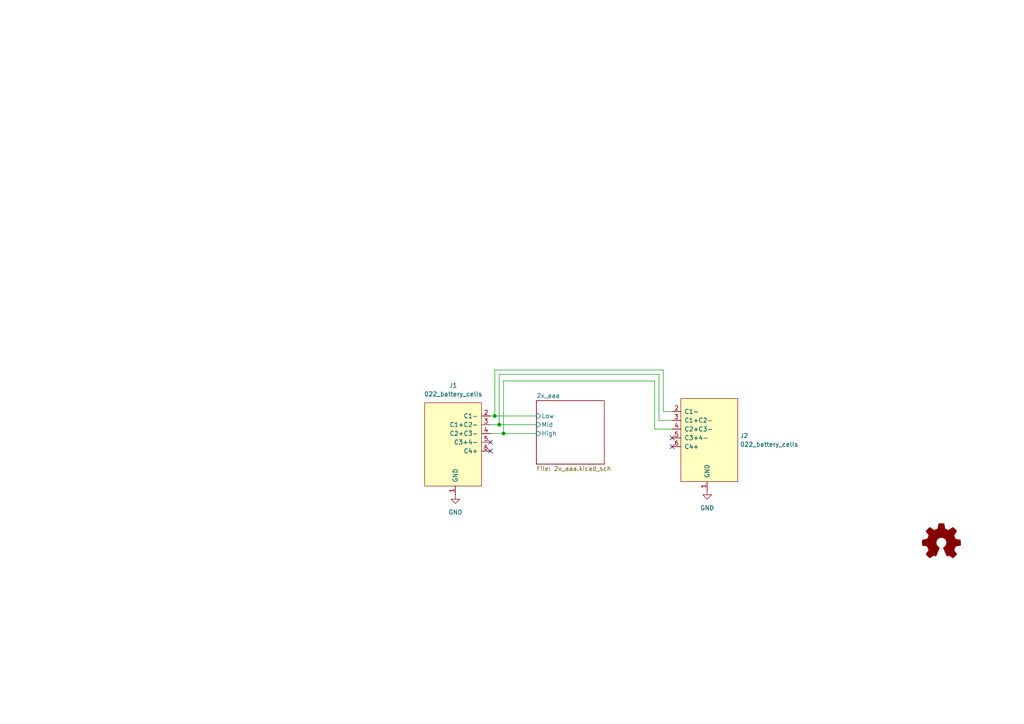
<source format=kicad_sch>
(kicad_sch (version 20211123) (generator eeschema)

  (uuid 57732dd3-1162-4c3f-88bd-31bf473d124d)

  (paper "A4")

  (lib_symbols
    (symbol "Graphic:Logo_Open_Hardware_Small" (pin_names (offset 1.016)) (in_bom yes) (on_board yes)
      (property "Reference" "#LOGO" (id 0) (at 0 6.985 0)
        (effects (font (size 1.27 1.27)) hide)
      )
      (property "Value" "Logo_Open_Hardware_Small" (id 1) (at 0 -5.715 0)
        (effects (font (size 1.27 1.27)) hide)
      )
      (property "Footprint" "" (id 2) (at 0 0 0)
        (effects (font (size 1.27 1.27)) hide)
      )
      (property "Datasheet" "~" (id 3) (at 0 0 0)
        (effects (font (size 1.27 1.27)) hide)
      )
      (property "ki_keywords" "Logo" (id 4) (at 0 0 0)
        (effects (font (size 1.27 1.27)) hide)
      )
      (property "ki_description" "Open Hardware logo, small" (id 5) (at 0 0 0)
        (effects (font (size 1.27 1.27)) hide)
      )
      (symbol "Logo_Open_Hardware_Small_0_1"
        (polyline
          (pts
            (xy 3.3528 -4.3434)
            (xy 3.302 -4.318)
            (xy 3.175 -4.2418)
            (xy 2.9972 -4.1148)
            (xy 2.7686 -3.9624)
            (xy 2.54 -3.81)
            (xy 2.3622 -3.7084)
            (xy 2.2352 -3.6068)
            (xy 2.1844 -3.5814)
            (xy 2.159 -3.6068)
            (xy 2.0574 -3.6576)
            (xy 1.905 -3.7338)
            (xy 1.8034 -3.7846)
            (xy 1.6764 -3.8354)
            (xy 1.6002 -3.8354)
            (xy 1.6002 -3.8354)
            (xy 1.5494 -3.7338)
            (xy 1.4732 -3.5306)
            (xy 1.3462 -3.302)
            (xy 1.2446 -3.0226)
            (xy 1.1176 -2.7178)
            (xy 0.9652 -2.413)
            (xy 0.8636 -2.1082)
            (xy 0.7366 -1.8288)
            (xy 0.6604 -1.6256)
            (xy 0.6096 -1.4732)
            (xy 0.5842 -1.397)
            (xy 0.5842 -1.397)
            (xy 0.6604 -1.3208)
            (xy 0.7874 -1.2446)
            (xy 1.0414 -1.016)
            (xy 1.2954 -0.6858)
            (xy 1.4478 -0.3302)
            (xy 1.524 0.0762)
            (xy 1.4732 0.4572)
            (xy 1.3208 0.8128)
            (xy 1.0668 1.143)
            (xy 0.762 1.3716)
            (xy 0.4064 1.524)
            (xy 0 1.5748)
            (xy -0.381 1.5494)
            (xy -0.7366 1.397)
            (xy -1.0668 1.143)
            (xy -1.2192 0.9906)
            (xy -1.397 0.6604)
            (xy -1.524 0.3048)
            (xy -1.524 0.2286)
            (xy -1.4986 -0.1778)
            (xy -1.397 -0.5334)
            (xy -1.1938 -0.8636)
            (xy -0.9144 -1.143)
            (xy -0.8636 -1.1684)
            (xy -0.7366 -1.27)
            (xy -0.635 -1.3462)
            (xy -0.5842 -1.397)
            (xy -1.0668 -2.5908)
            (xy -1.143 -2.794)
            (xy -1.2954 -3.1242)
            (xy -1.397 -3.4036)
            (xy -1.4986 -3.6322)
            (xy -1.5748 -3.7846)
            (xy -1.6002 -3.8354)
            (xy -1.6002 -3.8354)
            (xy -1.651 -3.8354)
            (xy -1.7272 -3.81)
            (xy -1.905 -3.7338)
            (xy -2.0066 -3.683)
            (xy -2.1336 -3.6068)
            (xy -2.2098 -3.5814)
            (xy -2.2606 -3.6068)
            (xy -2.3622 -3.683)
            (xy -2.54 -3.81)
            (xy -2.7686 -3.9624)
            (xy -2.9718 -4.0894)
            (xy -3.1496 -4.2164)
            (xy -3.302 -4.318)
            (xy -3.3528 -4.3434)
            (xy -3.3782 -4.3434)
            (xy -3.429 -4.318)
            (xy -3.5306 -4.2164)
            (xy -3.7084 -4.064)
            (xy -3.937 -3.8354)
            (xy -3.9624 -3.81)
            (xy -4.1656 -3.6068)
            (xy -4.318 -3.4544)
            (xy -4.4196 -3.3274)
            (xy -4.445 -3.2766)
            (xy -4.445 -3.2766)
            (xy -4.4196 -3.2258)
            (xy -4.318 -3.0734)
            (xy -4.2164 -2.8956)
            (xy -4.064 -2.667)
            (xy -3.6576 -2.0828)
            (xy -3.8862 -1.5494)
            (xy -3.937 -1.3716)
            (xy -4.0386 -1.1684)
            (xy -4.0894 -1.0414)
            (xy -4.1148 -0.9652)
            (xy -4.191 -0.9398)
            (xy -4.318 -0.9144)
            (xy -4.5466 -0.8636)
            (xy -4.8006 -0.8128)
            (xy -5.0546 -0.7874)
            (xy -5.2578 -0.7366)
            (xy -5.4356 -0.7112)
            (xy -5.5118 -0.6858)
            (xy -5.5118 -0.6858)
            (xy -5.5372 -0.635)
            (xy -5.5372 -0.5588)
            (xy -5.5372 -0.4318)
            (xy -5.5626 -0.2286)
            (xy -5.5626 0.0762)
            (xy -5.5626 0.127)
            (xy -5.5372 0.4064)
            (xy -5.5372 0.635)
            (xy -5.5372 0.762)
            (xy -5.5372 0.8382)
            (xy -5.5372 0.8382)
            (xy -5.461 0.8382)
            (xy -5.3086 0.889)
            (xy -5.08 0.9144)
            (xy -4.826 0.9652)
            (xy -4.8006 0.9906)
            (xy -4.5466 1.0414)
            (xy -4.318 1.0668)
            (xy -4.1656 1.1176)
            (xy -4.0894 1.143)
            (xy -4.0894 1.143)
            (xy -4.0386 1.2446)
            (xy -3.9624 1.4224)
            (xy -3.8608 1.6256)
            (xy -3.7846 1.8288)
            (xy -3.7084 2.0066)
            (xy -3.6576 2.159)
            (xy -3.6322 2.2098)
            (xy -3.6322 2.2098)
            (xy -3.683 2.286)
            (xy -3.7592 2.413)
            (xy -3.8862 2.5908)
            (xy -4.064 2.8194)
            (xy -4.064 2.8448)
            (xy -4.2164 3.0734)
            (xy -4.3434 3.2512)
            (xy -4.4196 3.3782)
            (xy -4.445 3.4544)
            (xy -4.445 3.4544)
            (xy -4.3942 3.5052)
            (xy -4.2926 3.6322)
            (xy -4.1148 3.81)
            (xy -3.937 4.0132)
            (xy -3.8608 4.064)
            (xy -3.6576 4.2926)
            (xy -3.5052 4.4196)
            (xy -3.4036 4.4958)
            (xy -3.3528 4.5212)
            (xy -3.3528 4.5212)
            (xy -3.302 4.4704)
            (xy -3.1496 4.3688)
            (xy -2.9718 4.2418)
            (xy -2.7432 4.0894)
            (xy -2.7178 4.0894)
            (xy -2.4892 3.937)
            (xy -2.3114 3.81)
            (xy -2.1844 3.7084)
            (xy -2.1336 3.683)
            (xy -2.1082 3.683)
            (xy -2.032 3.7084)
            (xy -1.8542 3.7592)
            (xy -1.6764 3.8354)
            (xy -1.4732 3.937)
            (xy -1.27 4.0132)
            (xy -1.143 4.064)
            (xy -1.0668 4.1148)
            (xy -1.0668 4.1148)
            (xy -1.0414 4.191)
            (xy -1.016 4.3434)
            (xy -0.9652 4.572)
            (xy -0.9144 4.8514)
            (xy -0.889 4.9022)
            (xy -0.8382 5.1562)
            (xy -0.8128 5.3848)
            (xy -0.7874 5.5372)
            (xy -0.762 5.588)
            (xy -0.7112 5.6134)
            (xy -0.5842 5.6134)
            (xy -0.4064 5.6134)
            (xy -0.1524 5.6134)
            (xy 0.0762 5.6134)
            (xy 0.3302 5.6134)
            (xy 0.5334 5.6134)
            (xy 0.6858 5.588)
            (xy 0.7366 5.588)
            (xy 0.7366 5.588)
            (xy 0.762 5.5118)
            (xy 0.8128 5.334)
            (xy 0.8382 5.1054)
            (xy 0.9144 4.826)
            (xy 0.9144 4.7752)
            (xy 0.9652 4.5212)
            (xy 1.016 4.2926)
            (xy 1.0414 4.1402)
            (xy 1.0668 4.0894)
            (xy 1.0668 4.0894)
            (xy 1.1938 4.0386)
            (xy 1.3716 3.9624)
            (xy 1.5748 3.8608)
            (xy 2.0828 3.6576)
            (xy 2.7178 4.0894)
            (xy 2.7686 4.1402)
            (xy 2.9972 4.2926)
            (xy 3.175 4.4196)
            (xy 3.302 4.4958)
            (xy 3.3782 4.5212)
            (xy 3.3782 4.5212)
            (xy 3.429 4.4704)
            (xy 3.556 4.3434)
            (xy 3.7338 4.191)
            (xy 3.9116 3.9878)
            (xy 4.064 3.8354)
            (xy 4.2418 3.6576)
            (xy 4.3434 3.556)
            (xy 4.4196 3.4798)
            (xy 4.4196 3.429)
            (xy 4.4196 3.4036)
            (xy 4.3942 3.3274)
            (xy 4.2926 3.2004)
            (xy 4.1656 2.9972)
            (xy 4.0132 2.794)
            (xy 3.8862 2.5908)
            (xy 3.7592 2.3876)
            (xy 3.6576 2.2352)
            (xy 3.6322 2.159)
            (xy 3.6322 2.1336)
            (xy 3.683 2.0066)
            (xy 3.7592 1.8288)
            (xy 3.8608 1.6002)
            (xy 4.064 1.1176)
            (xy 4.3942 1.0414)
            (xy 4.5974 1.016)
            (xy 4.8768 0.9652)
            (xy 5.1308 0.9144)
            (xy 5.5372 0.8382)
            (xy 5.5626 -0.6604)
            (xy 5.4864 -0.6858)
            (xy 5.4356 -0.6858)
            (xy 5.2832 -0.7366)
            (xy 5.0546 -0.762)
            (xy 4.8006 -0.8128)
            (xy 4.5974 -0.8636)
            (xy 4.3688 -0.9144)
            (xy 4.2164 -0.9398)
            (xy 4.1402 -0.9398)
            (xy 4.1148 -0.9652)
            (xy 4.064 -1.0668)
            (xy 3.9878 -1.2446)
            (xy 3.9116 -1.4478)
            (xy 3.81 -1.651)
            (xy 3.7338 -1.8542)
            (xy 3.683 -2.0066)
            (xy 3.6576 -2.0828)
            (xy 3.683 -2.1336)
            (xy 3.7846 -2.2606)
            (xy 3.8862 -2.4638)
            (xy 4.0386 -2.667)
            (xy 4.191 -2.8956)
            (xy 4.318 -3.0734)
            (xy 4.3942 -3.2004)
            (xy 4.445 -3.2766)
            (xy 4.4196 -3.3274)
            (xy 4.3434 -3.429)
            (xy 4.1656 -3.5814)
            (xy 3.937 -3.8354)
            (xy 3.8862 -3.8608)
            (xy 3.683 -4.064)
            (xy 3.5306 -4.2164)
            (xy 3.4036 -4.318)
            (xy 3.3528 -4.3434)
          )
          (stroke (width 0) (type default) (color 0 0 0 0))
          (fill (type outline))
        )
      )
    )
    (symbol "power:GND" (power) (pin_names (offset 0)) (in_bom yes) (on_board yes)
      (property "Reference" "#PWR" (id 0) (at 0 -6.35 0)
        (effects (font (size 1.27 1.27)) hide)
      )
      (property "Value" "GND" (id 1) (at 0 -3.81 0)
        (effects (font (size 1.27 1.27)))
      )
      (property "Footprint" "" (id 2) (at 0 0 0)
        (effects (font (size 1.27 1.27)) hide)
      )
      (property "Datasheet" "" (id 3) (at 0 0 0)
        (effects (font (size 1.27 1.27)) hide)
      )
      (property "ki_keywords" "power-flag" (id 4) (at 0 0 0)
        (effects (font (size 1.27 1.27)) hide)
      )
      (property "ki_description" "Power symbol creates a global label with name \"GND\" , ground" (id 5) (at 0 0 0)
        (effects (font (size 1.27 1.27)) hide)
      )
      (symbol "GND_0_1"
        (polyline
          (pts
            (xy 0 0)
            (xy 0 -1.27)
            (xy 1.27 -1.27)
            (xy 0 -2.54)
            (xy -1.27 -1.27)
            (xy 0 -1.27)
          )
          (stroke (width 0) (type default) (color 0 0 0 0))
          (fill (type none))
        )
      )
      (symbol "GND_1_1"
        (pin power_in line (at 0 0 270) (length 0) hide
          (name "GND" (effects (font (size 1.27 1.27))))
          (number "1" (effects (font (size 1.27 1.27))))
        )
      )
    )
    (symbol "put_on_edge:022_battery_cells" (pin_names (offset 1.016)) (in_bom yes) (on_board yes)
      (property "Reference" "J" (id 0) (at -2.54 13.97 0)
        (effects (font (size 1.27 1.27)))
      )
      (property "Value" "022_battery_cells" (id 1) (at 8.89 13.97 0)
        (effects (font (size 1.27 1.27)))
      )
      (property "Footprint" "" (id 2) (at 7.62 16.51 0)
        (effects (font (size 1.27 1.27)) hide)
      )
      (property "Datasheet" "" (id 3) (at 7.62 16.51 0)
        (effects (font (size 1.27 1.27)) hide)
      )
      (symbol "022_battery_cells_0_1"
        (rectangle (start -8.89 12.7) (end 7.62 -11.43)
          (stroke (width 0) (type default) (color 0 0 0 0))
          (fill (type background))
        )
      )
      (symbol "022_battery_cells_1_1"
        (pin power_in line (at -1.27 -13.97 90) (length 2.54)
          (name "GND" (effects (font (size 1.27 1.27))))
          (number "1" (effects (font (size 1.27 1.27))))
        )
        (pin unspecified line (at -11.43 8.89 0) (length 2.54)
          (name "C1-" (effects (font (size 1.27 1.27))))
          (number "2" (effects (font (size 1.27 1.27))))
        )
        (pin unspecified line (at -11.43 6.35 0) (length 2.54)
          (name "C1+C2-" (effects (font (size 1.27 1.27))))
          (number "3" (effects (font (size 1.27 1.27))))
        )
        (pin unspecified line (at -11.43 3.81 0) (length 2.54)
          (name "C2+C3-" (effects (font (size 1.27 1.27))))
          (number "4" (effects (font (size 1.27 1.27))))
        )
        (pin unspecified line (at -11.43 1.27 0) (length 2.54)
          (name "C3+4-" (effects (font (size 1.27 1.27))))
          (number "5" (effects (font (size 1.27 1.27))))
        )
        (pin unspecified line (at -11.43 -1.27 0) (length 2.54)
          (name "C4+" (effects (font (size 1.27 1.27))))
          (number "6" (effects (font (size 1.27 1.27))))
        )
      )
    )
  )

  (junction (at 146.05 125.73) (diameter 0) (color 0 0 0 0)
    (uuid 01361b4c-e686-4e5c-a2e5-b3bfe328ea5e)
  )
  (junction (at 144.78 123.19) (diameter 0) (color 0 0 0 0)
    (uuid a0009b9d-997d-45a0-9421-aaa60746592b)
  )
  (junction (at 143.51 120.65) (diameter 0) (color 0 0 0 0)
    (uuid cd1835df-d610-4da9-b356-e108a8e724af)
  )

  (no_connect (at 194.945 129.54) (uuid c2b5cb19-c0fe-4a87-b483-0ef6a5a43c1a))
  (no_connect (at 194.945 127) (uuid c2b5cb19-c0fe-4a87-b483-0ef6a5a43c1a))
  (no_connect (at 142.24 130.81) (uuid c2b5cb19-c0fe-4a87-b483-0ef6a5a43c1a))
  (no_connect (at 142.24 128.27) (uuid c2b5cb19-c0fe-4a87-b483-0ef6a5a43c1a))

  (wire (pts (xy 143.51 107.315) (xy 192.405 107.315))
    (stroke (width 0) (type default) (color 0 0 0 0))
    (uuid 2e694c63-90f5-494a-badc-341ca4935a68)
  )
  (wire (pts (xy 189.865 110.49) (xy 189.865 124.46))
    (stroke (width 0) (type default) (color 0 0 0 0))
    (uuid 3ced0078-8bf3-4ed7-9138-ccd64089b6b4)
  )
  (wire (pts (xy 143.51 120.65) (xy 143.51 107.315))
    (stroke (width 0) (type default) (color 0 0 0 0))
    (uuid 4125a022-746e-4ff9-9dc5-e7cfa695b2e1)
  )
  (wire (pts (xy 192.405 107.315) (xy 192.405 119.38))
    (stroke (width 0) (type default) (color 0 0 0 0))
    (uuid 56fb5fd1-b9f6-4623-b113-af7a37574178)
  )
  (wire (pts (xy 191.135 121.92) (xy 191.135 108.585))
    (stroke (width 0) (type default) (color 0 0 0 0))
    (uuid 5f6c3a13-1fb5-4495-98be-e20d3bfa1bc1)
  )
  (wire (pts (xy 192.405 119.38) (xy 194.945 119.38))
    (stroke (width 0) (type default) (color 0 0 0 0))
    (uuid 6da406f4-b129-4e60-b9b2-236adf99f538)
  )
  (wire (pts (xy 142.24 125.73) (xy 146.05 125.73))
    (stroke (width 0) (type default) (color 0 0 0 0))
    (uuid 71f495b4-6e64-49ea-b8bc-b62f5f7c0a45)
  )
  (wire (pts (xy 143.51 120.65) (xy 155.575 120.65))
    (stroke (width 0) (type default) (color 0 0 0 0))
    (uuid 8056d3e6-cb1e-4a89-9613-96772297dc4c)
  )
  (wire (pts (xy 194.945 121.92) (xy 191.135 121.92))
    (stroke (width 0) (type default) (color 0 0 0 0))
    (uuid 8276cb48-fd6e-4a34-b0ad-06c36a2448de)
  )
  (wire (pts (xy 146.05 125.73) (xy 155.575 125.73))
    (stroke (width 0) (type default) (color 0 0 0 0))
    (uuid 832fc87d-14d0-4ee1-a688-58498920e2e6)
  )
  (wire (pts (xy 146.05 125.73) (xy 146.05 110.49))
    (stroke (width 0) (type default) (color 0 0 0 0))
    (uuid 86181737-e4c6-4fcb-b49c-eea84107e57f)
  )
  (wire (pts (xy 189.865 124.46) (xy 194.945 124.46))
    (stroke (width 0) (type default) (color 0 0 0 0))
    (uuid ac8938eb-41d5-4b24-82ab-7653995adf58)
  )
  (wire (pts (xy 144.78 123.19) (xy 155.575 123.19))
    (stroke (width 0) (type default) (color 0 0 0 0))
    (uuid c79ed898-6e79-41ee-8426-1939b5938f10)
  )
  (wire (pts (xy 191.135 108.585) (xy 144.78 108.585))
    (stroke (width 0) (type default) (color 0 0 0 0))
    (uuid ccaf9e51-5a43-4cc6-903f-d17d3160ddbc)
  )
  (wire (pts (xy 142.24 120.65) (xy 143.51 120.65))
    (stroke (width 0) (type default) (color 0 0 0 0))
    (uuid db36f544-be6c-42ef-9232-f6682368a3dc)
  )
  (wire (pts (xy 142.24 123.19) (xy 144.78 123.19))
    (stroke (width 0) (type default) (color 0 0 0 0))
    (uuid e691ce3d-c627-4faa-bbd9-e664e04e8921)
  )
  (wire (pts (xy 146.05 110.49) (xy 189.865 110.49))
    (stroke (width 0) (type default) (color 0 0 0 0))
    (uuid eaa93f35-35f6-4f39-95b9-bf59f18433b2)
  )
  (wire (pts (xy 144.78 108.585) (xy 144.78 123.19))
    (stroke (width 0) (type default) (color 0 0 0 0))
    (uuid ed2f6feb-189b-4a84-aead-c6860c196f9f)
  )

  (symbol (lib_id "power:GND") (at 205.105 142.24 0) (unit 1)
    (in_bom yes) (on_board yes) (fields_autoplaced)
    (uuid 4130edfd-82b6-4000-904c-681c2e3b6301)
    (property "Reference" "#PWR0101" (id 0) (at 205.105 148.59 0)
      (effects (font (size 1.27 1.27)) hide)
    )
    (property "Value" "GND" (id 1) (at 205.105 147.32 0))
    (property "Footprint" "" (id 2) (at 205.105 142.24 0)
      (effects (font (size 1.27 1.27)) hide)
    )
    (property "Datasheet" "" (id 3) (at 205.105 142.24 0)
      (effects (font (size 1.27 1.27)) hide)
    )
    (pin "1" (uuid 4f3e6b1f-9b8b-4f8b-ac80-35799bc6c3f6))
  )

  (symbol (lib_id "put_on_edge:022_battery_cells") (at 130.81 129.54 0) (mirror y) (unit 1)
    (in_bom yes) (on_board yes) (fields_autoplaced)
    (uuid 75bd16b2-0277-4536-a692-5a43581ae4c0)
    (property "Reference" "J1" (id 0) (at 131.445 111.76 0))
    (property "Value" "022_battery_cells" (id 1) (at 131.445 114.3 0))
    (property "Footprint" "" (id 2) (at 123.19 113.03 0)
      (effects (font (size 1.27 1.27)) hide)
    )
    (property "Datasheet" "" (id 3) (at 123.19 113.03 0)
      (effects (font (size 1.27 1.27)) hide)
    )
    (pin "1" (uuid d50f2056-d58d-41b4-8444-25ade1ec6997))
    (pin "2" (uuid ca7e6ba2-a9f0-4441-b17d-130c9be214f2))
    (pin "3" (uuid 676a45a3-1d4f-4520-9303-fb44750318ce))
    (pin "4" (uuid 0529f0ae-b07d-4c39-94eb-437f53a3085d))
    (pin "5" (uuid 6bd65eb3-45b6-4aa8-95d2-3d9af6377a67))
    (pin "6" (uuid 9f453a1b-34e6-402c-b667-ea5033ecfa00))
  )

  (symbol (lib_id "put_on_edge:022_battery_cells") (at 206.375 128.27 0) (unit 1)
    (in_bom yes) (on_board yes) (fields_autoplaced)
    (uuid 83850f46-fbc7-4737-a426-703cfefbdd02)
    (property "Reference" "J2" (id 0) (at 214.63 126.3649 0)
      (effects (font (size 1.27 1.27)) (justify left))
    )
    (property "Value" "022_battery_cells" (id 1) (at 214.63 128.9049 0)
      (effects (font (size 1.27 1.27)) (justify left))
    )
    (property "Footprint" "" (id 2) (at 213.995 111.76 0)
      (effects (font (size 1.27 1.27)) hide)
    )
    (property "Datasheet" "" (id 3) (at 213.995 111.76 0)
      (effects (font (size 1.27 1.27)) hide)
    )
    (pin "1" (uuid 8442c265-0c8e-4dc0-993e-7c3746b0425e))
    (pin "2" (uuid 72375a35-30ce-44ab-9d07-ed18a54973dc))
    (pin "3" (uuid 1c67f6ad-7cf5-4558-8dd1-573f55cd8e8b))
    (pin "4" (uuid bd3e2d3b-2cec-4bc3-a2ac-3fa886d06b5a))
    (pin "5" (uuid 3738c4e9-aa03-451d-8954-8aff2f828920))
    (pin "6" (uuid d76ec825-74c9-4981-b5b1-081e368cfba8))
  )

  (symbol (lib_id "Graphic:Logo_Open_Hardware_Small") (at 273.05 157.48 0) (unit 1)
    (in_bom yes) (on_board yes) (fields_autoplaced)
    (uuid b72b6f4a-7489-40f2-bb90-d75ae01aa368)
    (property "Reference" "LOGO1" (id 0) (at 273.05 150.495 0)
      (effects (font (size 1.27 1.27)) hide)
    )
    (property "Value" "Logo_Open_Hardware_Small" (id 1) (at 273.05 163.195 0)
      (effects (font (size 1.27 1.27)) hide)
    )
    (property "Footprint" "Symbol:OSHW-Symbol_6.7x6mm_SilkScreen" (id 2) (at 273.05 157.48 0)
      (effects (font (size 1.27 1.27)) hide)
    )
    (property "Datasheet" "~" (id 3) (at 273.05 157.48 0)
      (effects (font (size 1.27 1.27)) hide)
    )
  )

  (symbol (lib_id "power:GND") (at 132.08 143.51 0) (unit 1)
    (in_bom yes) (on_board yes) (fields_autoplaced)
    (uuid d1f0db9c-58ad-43a8-a18d-3487e6d7c961)
    (property "Reference" "#PWR0102" (id 0) (at 132.08 149.86 0)
      (effects (font (size 1.27 1.27)) hide)
    )
    (property "Value" "GND" (id 1) (at 132.08 148.59 0))
    (property "Footprint" "" (id 2) (at 132.08 143.51 0)
      (effects (font (size 1.27 1.27)) hide)
    )
    (property "Datasheet" "" (id 3) (at 132.08 143.51 0)
      (effects (font (size 1.27 1.27)) hide)
    )
    (pin "1" (uuid 9baceacf-dba3-4c6f-ad28-a8ee7d791bdf))
  )

  (sheet (at 155.575 116.205) (size 19.685 18.415) (fields_autoplaced)
    (stroke (width 0.1524) (type solid) (color 0 0 0 0))
    (fill (color 0 0 0 0.0000))
    (uuid 767ce4c6-0e55-4543-92f0-34cb8237a544)
    (property "Sheet name" "2x_aaa" (id 0) (at 155.575 115.4934 0)
      (effects (font (size 1.27 1.27)) (justify left bottom))
    )
    (property "Sheet file" "2x_aaa.kicad_sch" (id 1) (at 155.575 135.2046 0)
      (effects (font (size 1.27 1.27)) (justify left top))
    )
    (pin "Mid" input (at 155.575 123.19 180)
      (effects (font (size 1.27 1.27)) (justify left))
      (uuid 38f09113-c287-4a7e-b156-21c47a454419)
    )
    (pin "Low" input (at 155.575 120.65 180)
      (effects (font (size 1.27 1.27)) (justify left))
      (uuid 94c797c9-63ee-4be6-b016-bccf719d3ca1)
    )
    (pin "High" input (at 155.575 125.73 180)
      (effects (font (size 1.27 1.27)) (justify left))
      (uuid 5025760b-cb93-416c-840e-9a17cfc6a39a)
    )
  )

  (sheet_instances
    (path "/" (page "1"))
    (path "/767ce4c6-0e55-4543-92f0-34cb8237a544" (page "2"))
  )

  (symbol_instances
    (path "/4130edfd-82b6-4000-904c-681c2e3b6301"
      (reference "#PWR0101") (unit 1) (value "GND") (footprint "")
    )
    (path "/d1f0db9c-58ad-43a8-a18d-3487e6d7c961"
      (reference "#PWR0102") (unit 1) (value "GND") (footprint "")
    )
    (path "/75bd16b2-0277-4536-a692-5a43581ae4c0"
      (reference "J1") (unit 1) (value "022_battery_cells") (footprint "")
    )
    (path "/83850f46-fbc7-4737-a426-703cfefbdd02"
      (reference "J2") (unit 1) (value "022_battery_cells") (footprint "")
    )
    (path "/b72b6f4a-7489-40f2-bb90-d75ae01aa368"
      (reference "LOGO1") (unit 1) (value "Logo_Open_Hardware_Small") (footprint "Symbol:OSHW-Symbol_6.7x6mm_SilkScreen")
    )
    (path "/767ce4c6-0e55-4543-92f0-34cb8237a544/178eb12c-d345-4973-b09a-232f8f5bbcf8"
      (reference "U1") (unit 1) (value "BK-6223-TR") (footprint "b117:AAA_cell_holder")
    )
    (path "/767ce4c6-0e55-4543-92f0-34cb8237a544/9cdef942-2c85-47ce-8ac3-a4addf9871df"
      (reference "U2") (unit 1) (value "BK-6223-TR") (footprint "b117:AAA_cell_holder")
    )
  )
)

</source>
